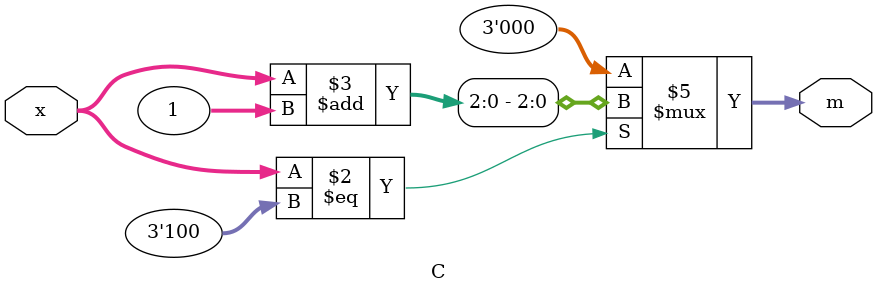
<source format=v>
module top(a,b,c);
	output [2:0] a;
	reg [2:0] a;
	input [2:0] b;
	input [2:0] c; 
  reg [0:2] x;
  wire [0:2] y; 

  B b1(x,y);

  always@(b or c or y) begin
	  if(b==3'b000) begin 
      x = c << 1;
    end 
    else begin
      a = y & b;
    end
  end
endmodule

module B(x,y);
	input [2:0] x;
	output [2:0] y;
	reg [2:0] y;
  wire [2:0] m;

  C c1(x,m);
  always@(x or m) begin
    if(x==3'b100) begin
      y = x + 1;
    end
    else begin
      y=0;
    end
  end
endmodule

module C(x,m);
  input [2:0] x;
  output [2:0] m;
  reg [2:0] m;
  always@(x) begin
    if(x==3'b100) begin
      m = x + 1;
    end
    else begin
      m=0;
    end
  end
endmodule


</source>
